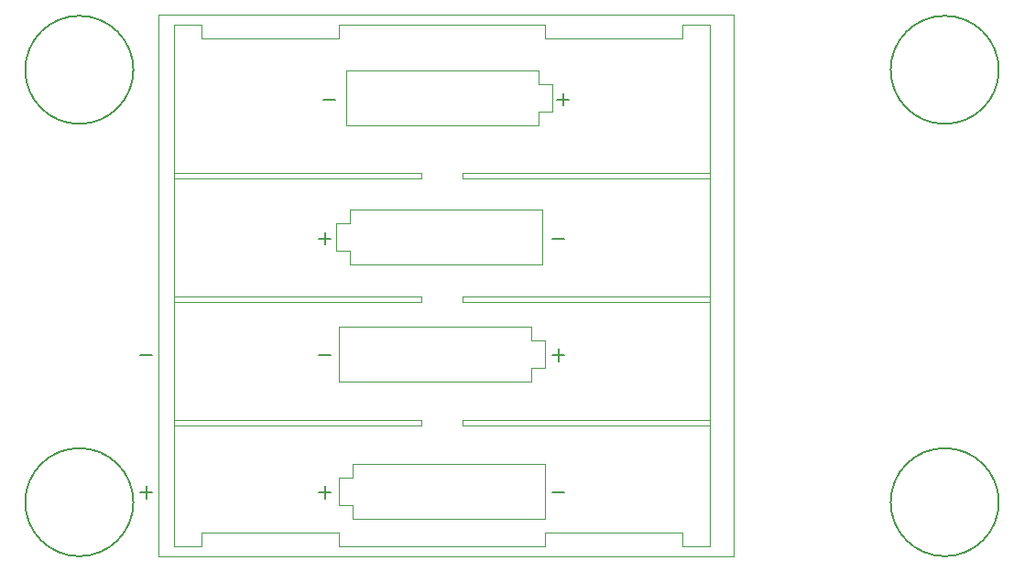
<source format=gbr>
G04 #@! TF.GenerationSoftware,KiCad,Pcbnew,5.1.4+dfsg1-1*
G04 #@! TF.CreationDate,2020-04-23T19:25:43-06:00*
G04 #@! TF.ProjectId,low-voltage,6c6f772d-766f-46c7-9461-67652e6b6963,rev?*
G04 #@! TF.SameCoordinates,Original*
G04 #@! TF.FileFunction,Legend,Bot*
G04 #@! TF.FilePolarity,Positive*
%FSLAX46Y46*%
G04 Gerber Fmt 4.6, Leading zero omitted, Abs format (unit mm)*
G04 Created by KiCad (PCBNEW 5.1.4+dfsg1-1) date 2020-04-23 19:25:43*
%MOMM*%
%LPD*%
G04 APERTURE LIST*
%ADD10C,0.120000*%
%ADD11C,0.150000*%
G04 APERTURE END LIST*
D10*
X116400000Y-73536000D02*
X139260000Y-73536000D01*
X112590000Y-73536000D02*
X89730000Y-73536000D01*
X116400000Y-74070000D02*
X116400000Y-73536000D01*
X112590000Y-74070000D02*
X112590000Y-73536000D01*
X139260000Y-74070000D02*
X116400000Y-74070000D01*
X89730000Y-74070000D02*
X112590000Y-74070000D01*
X141500000Y-58850000D02*
X141500000Y-109050000D01*
X88300000Y-58850000D02*
X141500000Y-58850000D01*
X88300000Y-109050000D02*
X88300000Y-58850000D01*
X141500000Y-109050000D02*
X88300000Y-109050000D01*
X116400000Y-84966000D02*
X139260000Y-84966000D01*
X116400000Y-85474000D02*
X116400000Y-84966000D01*
X139260000Y-85474000D02*
X116400000Y-85474000D01*
X112590000Y-84966000D02*
X89730000Y-84966000D01*
X112590000Y-85474000D02*
X112590000Y-84966000D01*
X89730000Y-85474000D02*
X112590000Y-85474000D01*
X123766000Y-82045000D02*
X123766000Y-80775000D01*
X105986000Y-82045000D02*
X123766000Y-82045000D01*
X105986000Y-80775000D02*
X105986000Y-82045000D01*
X104716000Y-80775000D02*
X105986000Y-80775000D01*
X104716000Y-78235000D02*
X104716000Y-80775000D01*
X105986000Y-78235000D02*
X104716000Y-78235000D01*
X105986000Y-76965000D02*
X105986000Y-78235000D01*
X123766000Y-76965000D02*
X105986000Y-76965000D01*
X123766000Y-80775000D02*
X123766000Y-76965000D01*
X123766000Y-80775000D02*
X123766000Y-76965000D01*
X123766000Y-76965000D02*
X105986000Y-76965000D01*
X105986000Y-76965000D02*
X105986000Y-78235000D01*
X105986000Y-78235000D02*
X104716000Y-78235000D01*
X104716000Y-78235000D02*
X104716000Y-80775000D01*
X104716000Y-80775000D02*
X105986000Y-80775000D01*
X105986000Y-80775000D02*
X105986000Y-82045000D01*
X105986000Y-82045000D02*
X123766000Y-82045000D01*
X123766000Y-82045000D02*
X123766000Y-80775000D01*
X124020000Y-105540000D02*
X124020000Y-104270000D01*
X106240000Y-105540000D02*
X124020000Y-105540000D01*
X106240000Y-104270000D02*
X106240000Y-105540000D01*
X104970000Y-104270000D02*
X106240000Y-104270000D01*
X104970000Y-101730000D02*
X104970000Y-104270000D01*
X106240000Y-101730000D02*
X104970000Y-101730000D01*
X106240000Y-100460000D02*
X106240000Y-101730000D01*
X124020000Y-100460000D02*
X106240000Y-100460000D01*
X124020000Y-104270000D02*
X124020000Y-100460000D01*
X89730000Y-85220000D02*
X89730000Y-59829500D01*
X139260000Y-85220000D02*
X139260000Y-59829500D01*
X104970000Y-87760000D02*
X104970000Y-92840000D01*
X104970000Y-92840000D02*
X122750000Y-92840000D01*
X122750000Y-92840000D02*
X122750000Y-91570000D01*
X122750000Y-91570000D02*
X124020000Y-91570000D01*
X124020000Y-91570000D02*
X124020000Y-89030000D01*
X124020000Y-89030000D02*
X122750000Y-89030000D01*
X122750000Y-89030000D02*
X122750000Y-87760000D01*
X122750000Y-87760000D02*
X104970000Y-87760000D01*
X124020000Y-104270000D02*
X124020000Y-100460000D01*
X124020000Y-100460000D02*
X106240000Y-100460000D01*
X106240000Y-100460000D02*
X106240000Y-101730000D01*
X106240000Y-101730000D02*
X104970000Y-101730000D01*
X104970000Y-101730000D02*
X104970000Y-104270000D01*
X104970000Y-104270000D02*
X106240000Y-104270000D01*
X106240000Y-104270000D02*
X106240000Y-105540000D01*
X106240000Y-105540000D02*
X124020000Y-105540000D01*
X124020000Y-105540000D02*
X124020000Y-104270000D01*
X89730000Y-96904000D02*
X112590000Y-96904000D01*
X112590000Y-96904000D02*
X112590000Y-96396000D01*
X112590000Y-96396000D02*
X89730000Y-96396000D01*
X139260000Y-96904000D02*
X116400000Y-96904000D01*
X116400000Y-96904000D02*
X116400000Y-96396000D01*
X116400000Y-96396000D02*
X139260000Y-96396000D01*
X104970000Y-61090000D02*
X104970000Y-59829500D01*
X104970000Y-59829500D02*
X124020000Y-59829500D01*
X124020000Y-59829500D02*
X124020000Y-61090000D01*
X136720000Y-106810000D02*
X124020000Y-106810000D01*
X124020000Y-106810000D02*
X124020000Y-108080000D01*
X124020000Y-108080000D02*
X104970000Y-108080000D01*
X104970000Y-108080000D02*
X104970000Y-106810000D01*
X136720000Y-61090000D02*
X124020000Y-61090000D01*
X92270000Y-106810000D02*
X104970000Y-106810000D01*
X92270000Y-106810000D02*
X92270000Y-108080000D01*
X92270000Y-108080000D02*
X89730000Y-108080000D01*
X89730000Y-108080000D02*
X89730000Y-85220000D01*
X89730000Y-59829500D02*
X92270000Y-59829500D01*
X92270000Y-59829500D02*
X92270000Y-61090000D01*
X92270000Y-61090000D02*
X104970000Y-61090000D01*
X139260000Y-108080000D02*
X136720000Y-108080000D01*
X136720000Y-108080000D02*
X136720000Y-106810000D01*
X139260000Y-108080000D02*
X139260000Y-85220000D01*
X139260000Y-59829500D02*
X136720000Y-59829500D01*
X136720000Y-59829500D02*
X136720000Y-61090000D01*
X124684000Y-65355000D02*
X123414000Y-65355000D01*
X105634000Y-69165000D02*
X123414000Y-69165000D01*
X123414000Y-69165000D02*
X123414000Y-67895000D01*
X105634000Y-64085000D02*
X105634000Y-65355000D01*
X105634000Y-69165000D02*
X123414000Y-69165000D01*
X123414000Y-64085000D02*
X105634000Y-64085000D01*
X124684000Y-67895000D02*
X124684000Y-65355000D01*
X123414000Y-69165000D02*
X123414000Y-67895000D01*
X123414000Y-65355000D02*
X123414000Y-64085000D01*
X105634000Y-65355000D02*
X105634000Y-69165000D01*
X124684000Y-67895000D02*
X124684000Y-65355000D01*
X105634000Y-64085000D02*
X105634000Y-65355000D01*
X124684000Y-65355000D02*
X123414000Y-65355000D01*
X123414000Y-64085000D02*
X105634000Y-64085000D01*
X123414000Y-67895000D02*
X124684000Y-67895000D01*
X123414000Y-67895000D02*
X124684000Y-67895000D01*
X105634000Y-65355000D02*
X105634000Y-69165000D01*
X123414000Y-65355000D02*
X123414000Y-64085000D01*
D11*
X166000000Y-104000000D02*
G75*
G03X166000000Y-104000000I-5000000J0D01*
G01*
X166000000Y-64000000D02*
G75*
G03X166000000Y-64000000I-5000000J0D01*
G01*
X86000000Y-104000000D02*
G75*
G03X86000000Y-104000000I-5000000J0D01*
G01*
X86000000Y-64000000D02*
G75*
G03X86000000Y-64000000I-5000000J0D01*
G01*
X104271428Y-103107142D02*
X103128571Y-103107142D01*
X103700000Y-103678571D02*
X103700000Y-102535714D01*
X125861428Y-90407142D02*
X124718571Y-90407142D01*
X125290000Y-90978571D02*
X125290000Y-89835714D01*
X104271428Y-79612142D02*
X103128571Y-79612142D01*
X103700000Y-80183571D02*
X103700000Y-79040714D01*
X104271428Y-90407142D02*
X103128571Y-90407142D01*
X125861428Y-79612142D02*
X124718571Y-79612142D01*
X125861428Y-103107142D02*
X124718571Y-103107142D01*
X87761428Y-90407142D02*
X86618571Y-90407142D01*
X87761428Y-103107142D02*
X86618571Y-103107142D01*
X87190000Y-103678571D02*
X87190000Y-102535714D01*
X104681428Y-66732142D02*
X103538571Y-66732142D01*
X126271428Y-66732142D02*
X125128571Y-66732142D01*
X125700000Y-67303571D02*
X125700000Y-66160714D01*
M02*

</source>
